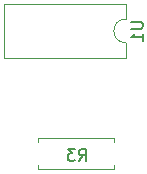
<source format=gbr>
G04 #@! TF.FileFunction,Legend,Bot*
%FSLAX46Y46*%
G04 Gerber Fmt 4.6, Leading zero omitted, Abs format (unit mm)*
G04 Created by KiCad (PCBNEW 4.0.7) date 01/31/18 00:20:31*
%MOMM*%
%LPD*%
G01*
G04 APERTURE LIST*
%ADD10C,0.100000*%
%ADD11C,0.120000*%
%ADD12C,0.150000*%
G04 APERTURE END LIST*
D10*
D11*
X138166400Y-113730600D02*
X138166400Y-114060600D01*
X138166400Y-114060600D02*
X144586400Y-114060600D01*
X144586400Y-114060600D02*
X144586400Y-113730600D01*
X138166400Y-111770600D02*
X138166400Y-111440600D01*
X138166400Y-111440600D02*
X144586400Y-111440600D01*
X144586400Y-111440600D02*
X144586400Y-111770600D01*
X145602000Y-101362000D02*
G75*
G03X145602000Y-103362000I0J-1000000D01*
G01*
X145602000Y-103362000D02*
X145602000Y-104612000D01*
X145602000Y-104612000D02*
X135322000Y-104612000D01*
X135322000Y-104612000D02*
X135322000Y-100112000D01*
X135322000Y-100112000D02*
X145602000Y-100112000D01*
X145602000Y-100112000D02*
X145602000Y-101362000D01*
D12*
X141644666Y-113355381D02*
X141978000Y-112879190D01*
X142216095Y-113355381D02*
X142216095Y-112355381D01*
X141835142Y-112355381D01*
X141739904Y-112403000D01*
X141692285Y-112450619D01*
X141644666Y-112545857D01*
X141644666Y-112688714D01*
X141692285Y-112783952D01*
X141739904Y-112831571D01*
X141835142Y-112879190D01*
X142216095Y-112879190D01*
X141311333Y-112355381D02*
X140692285Y-112355381D01*
X141025619Y-112736333D01*
X140882761Y-112736333D01*
X140787523Y-112783952D01*
X140739904Y-112831571D01*
X140692285Y-112926810D01*
X140692285Y-113164905D01*
X140739904Y-113260143D01*
X140787523Y-113307762D01*
X140882761Y-113355381D01*
X141168476Y-113355381D01*
X141263714Y-113307762D01*
X141311333Y-113260143D01*
X146054381Y-101600095D02*
X146863905Y-101600095D01*
X146959143Y-101647714D01*
X147006762Y-101695333D01*
X147054381Y-101790571D01*
X147054381Y-101981048D01*
X147006762Y-102076286D01*
X146959143Y-102123905D01*
X146863905Y-102171524D01*
X146054381Y-102171524D01*
X147054381Y-103171524D02*
X147054381Y-102600095D01*
X147054381Y-102885809D02*
X146054381Y-102885809D01*
X146197238Y-102790571D01*
X146292476Y-102695333D01*
X146340095Y-102600095D01*
M02*

</source>
